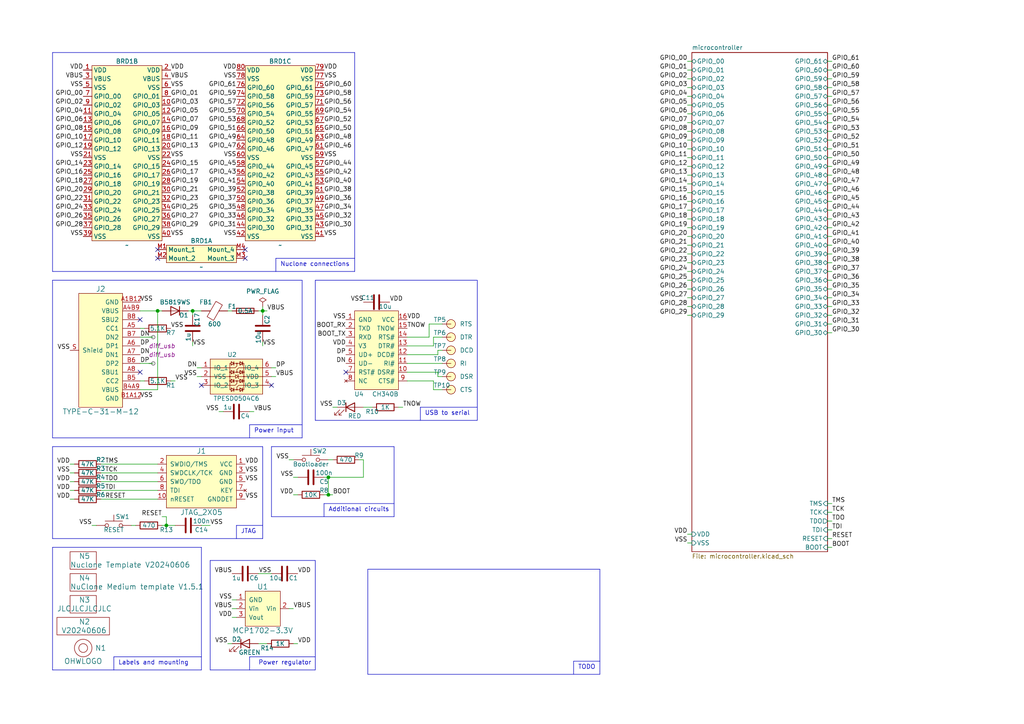
<source format=kicad_sch>
(kicad_sch (version 20250114) (generator "eeschema") (generator_version "9.0")
  (paper "A4")
  (text "Labels and mounting" (at 34.29 193.04 0) (effects (font (size 1.27 1.27)) (justify left bottom)))
  (text "Power input" (at 73.66 125.73 0) (effects (font (size 1.27 1.27)) (justify left bottom)))
  (text "TODO" (at 167.64 194.31 0) (effects (font (size 1.27 1.27)) (justify left bottom)))
  (text "USB to serial" (at 123.19 120.65 0) (effects (font (size 1.27 1.27)) (justify left bottom)))
  (text "Power regulator" (at 74.93 193.04 0) (effects (font (size 1.27 1.27)) (justify left bottom)))
  (text "Additional circuits" (at 95.25 148.59 0) (effects (font (size 1.27 1.27)) (justify left bottom)))
  (text "Nuclone connections" (at 81.28 77.47 0) (effects (font (size 1.27 1.27)) (justify left bottom)))
  (text "JTAG" (at 69.85 154.94 0) (effects (font (size 1.27 1.27)) (justify left bottom)))
  (junction (at 76.2 90.17))
  (junction (at 48.26 152.4))
  (junction (at 55.88 90.17))
  (junction (at 95.25 138.43))
  (junction (at 95.25 143.51))
  (junction (at 45.72 90.17))
  (no_connect (at 100.33 107.95))
  (no_connect (at 40.64 107.95))
  (no_connect (at 71.12 74.93))
  (no_connect (at 45.72 72.39))
  (no_connect (at 71.12 72.39))
  (no_connect (at 78.74 111.76))
  (no_connect (at 40.64 92.71))
  (no_connect (at 45.72 74.93))
  (no_connect (at 58.42 111.76))
  (polyline (pts (xy 91.44 121.92) (xy 138.43 121.92)))
  (wire (pts (xy 83.82 133.35) (xy 85.09 133.35)))
  (wire (pts (xy 199.39 33.02) (xy 200.66 33.02)))
  (wire (pts (xy 200.66 40.64) (xy 199.39 40.64)))
  (wire (pts (xy 128.27 93.98) (xy 124.46 93.98)))
  (wire (pts (xy 199.39 43.18) (xy 200.66 43.18)))
  (wire (pts (xy 240.03 78.74) (xy 241.3 78.74)))
  (wire (pts (xy 240.03 25.4) (xy 241.3 25.4)))
  (polyline (pts (xy 72.39 123.19) (xy 72.39 127)))
  (wire (pts (xy 128.27 109.22) (xy 127 109.22)))
  (wire (pts (xy 240.03 35.56) (xy 241.3 35.56)))
  (wire (pts (xy 38.1 152.4) (xy 39.37 152.4)))
  (wire (pts (xy 85.09 176.53) (xy 83.82 176.53)))
  (wire (pts (xy 199.39 22.86) (xy 200.66 22.86)))
  (wire (pts (xy 124.46 93.98) (xy 124.46 97.79)))
  (wire (pts (xy 21.59 142.24) (xy 20.32 142.24)))
  (wire (pts (xy 200.66 71.12) (xy 199.39 71.12)))
  (polyline (pts (xy 91.44 81.28) (xy 91.44 121.92)))
  (wire (pts (xy 200.66 86.36) (xy 199.39 86.36)))
  (polyline (pts (xy 15.24 15.24) (xy 15.24 78.74)))
  (wire (pts (xy 95.25 143.51) (xy 96.52 143.51)))
  (polyline (pts (xy 102.87 78.74) (xy 102.87 15.24)))
  (wire (pts (xy 118.11 102.87) (xy 127 102.87)))
  (wire (pts (xy 40.64 113.03) (xy 45.72 113.03)))
  (wire (pts (xy 241.3 38.1) (xy 240.03 38.1)))
  (wire (pts (xy 67.31 173.99) (xy 68.58 173.99)))
  (wire (pts (xy 199.39 78.74) (xy 200.66 78.74)))
  (wire (pts (xy 116.84 118.11) (xy 115.57 118.11)))
  (wire (pts (xy 199.39 154.94) (xy 200.66 154.94)))
  (wire (pts (xy 54.61 90.17) (xy 55.88 90.17)))
  (polyline (pts (xy 87.63 81.28) (xy 15.24 81.28)))
  (wire (pts (xy 199.39 58.42) (xy 200.66 58.42)))
  (wire (pts (xy 73.66 119.38) (xy 72.39 119.38)))
  (wire (pts (xy 199.39 73.66) (xy 200.66 73.66)))
  (wire (pts (xy 240.03 66.04) (xy 241.3 66.04)))
  (wire (pts (xy 240.03 40.64) (xy 241.3 40.64)))
  (polyline (pts (xy 15.24 158.75) (xy 15.24 194.31)))
  (wire (pts (xy 29.21 144.78) (xy 45.72 144.78)))
  (wire (pts (xy 200.66 35.56) (xy 199.39 35.56)))
  (wire (pts (xy 125.73 110.49) (xy 118.11 110.49)))
  (wire (pts (xy 241.3 58.42) (xy 240.03 58.42)))
  (wire (pts (xy 200.66 60.96) (xy 199.39 60.96)))
  (wire (pts (xy 93.98 143.51) (xy 95.25 143.51)))
  (wire (pts (xy 85.09 138.43) (xy 86.36 138.43)))
  (wire (pts (xy 20.32 134.62) (xy 21.59 134.62)))
  (wire (pts (xy 95.25 133.35) (xy 96.52 133.35)))
  (wire (pts (xy 80.01 106.68) (xy 78.74 106.68)))
  (wire (pts (xy 40.64 95.25) (xy 41.91 95.25)))
  (polyline (pts (xy 93.98 146.05) (xy 93.98 149.86)))
  (polyline (pts (xy 33.02 190.5) (xy 33.02 194.31)))
  (wire (pts (xy 67.31 179.07) (xy 68.58 179.07)))
  (wire (pts (xy 48.26 149.86) (xy 48.26 152.4)))
  (wire (pts (xy 86.36 186.69) (xy 85.09 186.69)))
  (wire (pts (xy 199.39 68.58) (xy 200.66 68.58)))
  (wire (pts (xy 40.64 97.79) (xy 44.45 97.79)))
  (wire (pts (xy 29.21 134.62) (xy 45.72 134.62)))
  (wire (pts (xy 40.64 90.17) (xy 45.72 90.17)))
  (polyline (pts (xy 114.3 146.05) (xy 93.98 146.05)))
  (wire (pts (xy 241.3 43.18) (xy 240.03 43.18)))
  (wire (pts (xy 200.66 45.72) (xy 199.39 45.72)))
  (wire (pts (xy 125.73 97.79) (xy 125.73 100.33)))
  (wire (pts (xy 241.3 27.94) (xy 240.03 27.94)))
  (wire (pts (xy 200.66 157.48) (xy 199.39 157.48)))
  (wire (pts (xy 241.3 81.28) (xy 240.03 81.28)))
  (wire (pts (xy 57.15 109.22) (xy 58.42 109.22)))
  (wire (pts (xy 200.66 91.44) (xy 199.39 91.44)))
  (wire (pts (xy 200.66 20.32) (xy 199.39 20.32)))
  (wire (pts (xy 241.3 96.52) (xy 240.03 96.52)))
  (polyline (pts (xy 80.01 74.93) (xy 80.01 78.74)))
  (wire (pts (xy 76.2 90.17) (xy 76.2 88.9)))
  (polyline (pts (xy 138.43 81.28) (xy 91.44 81.28)))
  (wire (pts (xy 240.03 30.48) (xy 241.3 30.48)))
  (wire (pts (xy 127 107.95) (xy 118.11 107.95)))
  (wire (pts (xy 77.47 186.69) (xy 74.93 186.69)))
  (wire (pts (xy 29.21 137.16) (xy 45.72 137.16)))
  (polyline (pts (xy 138.43 121.92) (xy 138.43 81.28)))
  (wire (pts (xy 199.39 83.82) (xy 200.66 83.82)))
  (wire (pts (xy 46.99 149.86) (xy 48.26 149.86)))
  (wire (pts (xy 240.03 158.75) (xy 241.3 158.75)))
  (wire (pts (xy 241.3 86.36) (xy 240.03 86.36)))
  (wire (pts (xy 21.59 137.16) (xy 20.32 137.16)))
  (wire (pts (xy 199.39 53.34) (xy 200.66 53.34)))
  (wire (pts (xy 200.66 50.8) (xy 199.39 50.8)))
  (wire (pts (xy 76.2 91.44) (xy 76.2 90.17)))
  (wire (pts (xy 55.88 100.33) (xy 55.88 99.06)))
  (polyline (pts (xy 91.44 194.31) (xy 91.44 162.56)))
  (wire (pts (xy 58.42 106.68) (xy 57.15 106.68)))
  (wire (pts (xy 200.66 66.04) (xy 199.39 66.04)))
  (polyline (pts (xy 91.44 162.56) (xy 60.96 162.56)))
  (wire (pts (xy 77.47 90.17) (xy 76.2 90.17)))
  (polyline (pts (xy 15.24 78.74) (xy 102.87 78.74)))
  (wire (pts (xy 29.21 139.7) (xy 45.72 139.7)))
  (wire (pts (xy 107.95 118.11) (xy 105.41 118.11)))
  (wire (pts (xy 76.2 90.17) (xy 74.93 90.17)))
  (polyline (pts (xy 91.44 190.5) (xy 72.39 190.5)))
  (wire (pts (xy 67.31 186.69) (xy 66.04 186.69)))
  (wire (pts (xy 55.88 90.17) (xy 58.42 90.17)))
  (polyline (pts (xy 58.42 158.75) (xy 15.24 158.75)))
  (wire (pts (xy 118.11 100.33) (xy 125.73 100.33)))
  (polyline (pts (xy 138.43 118.11) (xy 121.92 118.11)))
  (wire (pts (xy 241.3 33.02) (xy 240.03 33.02)))
  (wire (pts (xy 241.3 68.58) (xy 240.03 68.58)))
  (polyline (pts (xy 76.2 152.4) (xy 68.58 152.4)))
  (wire (pts (xy 241.3 91.44) (xy 240.03 91.44)))
  (wire (pts (xy 241.3 53.34) (xy 240.03 53.34)))
  (polyline (pts (xy 76.2 129.54) (xy 15.24 129.54)))
  (wire (pts (xy 128.27 101.6) (xy 127 101.6)))
  (polyline (pts (xy 121.92 118.11) (xy 121.92 121.92)))
  (wire (pts (xy 55.88 91.44) (xy 55.88 90.17)))
  (wire (pts (xy 240.03 83.82) (xy 241.3 83.82)))
  (wire (pts (xy 241.3 63.5) (xy 240.03 63.5)))
  (polyline (pts (xy 87.63 123.19) (xy 72.39 123.19)))
  (wire (pts (xy 49.53 110.49) (xy 50.8 110.49)))
  (wire (pts (xy 240.03 60.96) (xy 241.3 60.96)))
  (wire (pts (xy 241.3 22.86) (xy 240.03 22.86)))
  (wire (pts (xy 240.03 76.2) (xy 241.3 76.2)))
  (wire (pts (xy 240.03 151.13) (xy 241.3 151.13)))
  (wire (pts (xy 200.66 25.4) (xy 199.39 25.4)))
  (polyline (pts (xy 102.87 74.93) (xy 80.01 74.93)))
  (polyline (pts (xy 15.24 127) (xy 87.63 127)))
  (wire (pts (xy 64.77 119.38) (xy 63.5 119.38)))
  (wire (pts (xy 45.72 90.17) (xy 46.99 90.17)))
  (wire (pts (xy 85.09 143.51) (xy 86.36 143.51)))
  (wire (pts (xy 199.39 48.26) (xy 200.66 48.26)))
  (polyline (pts (xy 72.39 190.5) (xy 72.39 194.31)))
  (polyline (pts (xy 15.24 129.54) (xy 15.24 156.21)))
  (polyline (pts (xy 68.58 152.4) (xy 68.58 156.21)))
  (wire (pts (xy 128.27 97.79) (xy 125.73 97.79)))
  (polyline (pts (xy 102.87 15.24) (xy 15.24 15.24)))
  (wire (pts (xy 200.66 55.88) (xy 199.39 55.88)))
  (wire (pts (xy 66.04 90.17) (xy 67.31 90.17)))
  (wire (pts (xy 240.03 153.67) (xy 241.3 153.67)))
  (wire (pts (xy 29.21 142.24) (xy 45.72 142.24)))
  (polyline (pts (xy 114.3 149.86) (xy 114.3 129.54)))
  (polyline (pts (xy 166.37 195.58) (xy 166.37 191.77)))
  (polyline (pts (xy 106.68 165.1) (xy 173.99 165.1)))
  (wire (pts (xy 20.32 139.7) (xy 21.59 139.7)))
  (wire (pts (xy 105.41 133.35) (xy 105.41 138.43)))
  (wire (pts (xy 240.03 55.88) (xy 241.3 55.88)))
  (wire (pts (xy 199.39 17.78) (xy 200.66 17.78)))
  (wire (pts (xy 60.96 152.4) (xy 58.42 152.4)))
  (wire (pts (xy 68.58 176.53) (xy 67.31 176.53)))
  (polyline (pts (xy 78.74 129.54) (xy 78.74 149.86)))
  (wire (pts (xy 200.66 30.48) (xy 199.39 30.48)))
  (wire (pts (xy 240.03 88.9) (xy 241.3 88.9)))
  (wire (pts (xy 199.39 88.9) (xy 200.66 88.9)))
  (polyline (pts (xy 15.24 81.28) (xy 15.24 127)))
  (wire (pts (xy 200.66 81.28) (xy 199.39 81.28)))
  (polyline (pts (xy 173.99 195.58) (xy 106.68 195.58)))
  (wire (pts (xy 200.66 76.2) (xy 199.39 76.2)))
  (wire (pts (xy 40.64 105.41) (xy 44.45 105.41)))
  (wire (pts (xy 240.03 50.8) (xy 241.3 50.8)))
  (polyline (pts (xy 58.42 194.31) (xy 58.42 158.75)))
  (wire (pts (xy 74.93 166.37) (xy 78.74 166.37)))
  (polyline (pts (xy 106.68 195.58) (xy 106.68 165.1)))
  (wire (pts (xy 128.27 113.03) (xy 125.73 113.03)))
  (wire (pts (xy 26.67 152.4) (xy 27.94 152.4)))
  (wire (pts (xy 45.72 113.03) (xy 45.72 90.17)))
  (wire (pts (xy 240.03 156.21) (xy 241.3 156.21)))
  (wire (pts (xy 240.03 20.32) (xy 241.3 20.32)))
  (wire (pts (xy 104.14 133.35) (xy 105.41 133.35)))
  (wire (pts (xy 105.41 138.43) (xy 95.25 138.43)))
  (wire (pts (xy 118.11 105.41) (xy 128.27 105.41)))
  (wire (pts (xy 240.03 146.05) (xy 241.3 146.05)))
  (polyline (pts (xy 58.42 190.5) (xy 33.02 190.5)))
  (wire (pts (xy 240.03 71.12) (xy 241.3 71.12)))
  (polyline (pts (xy 78.74 149.86) (xy 114.3 149.86)))
  (wire (pts (xy 240.03 45.72) (xy 241.3 45.72)))
  (polyline (pts (xy 15.24 156.21) (xy 76.2 156.21)))
  (polyline (pts (xy 60.96 194.31) (xy 91.44 194.31)))
  (wire (pts (xy 78.74 109.22) (xy 80.01 109.22)))
  (wire (pts (xy 95.25 143.51) (xy 95.25 138.43)))
  (wire (pts (xy 48.26 152.4) (xy 50.8 152.4)))
  (wire (pts (xy 20.32 144.78) (xy 21.59 144.78)))
  (wire (pts (xy 41.91 110.49) (xy 40.64 110.49)))
  (wire (pts (xy 199.39 38.1) (xy 200.66 38.1)))
  (polyline (pts (xy 114.3 129.54) (xy 78.74 129.54)))
  (wire (pts (xy 124.46 97.79) (xy 118.11 97.79)))
  (wire (pts (xy 241.3 17.78) (xy 240.03 17.78)))
  (wire (pts (xy 240.03 148.59) (xy 241.3 148.59)))
  (polyline (pts (xy 76.2 156.21) (xy 76.2 129.54)))
  (wire (pts (xy 240.03 93.98) (xy 241.3 93.98)))
  (wire (pts (xy 241.3 48.26) (xy 240.03 48.26)))
  (wire (pts (xy 46.99 152.4) (xy 48.26 152.4)))
  (wire (pts (xy 199.39 63.5) (xy 200.66 63.5)))
  (wire (pts (xy 241.3 73.66) (xy 240.03 73.66)))
  (wire (pts (xy 95.25 138.43) (xy 93.98 138.43)))
  (wire (pts (xy 199.39 27.94) (xy 200.66 27.94)))
  (wire (pts (xy 76.2 99.06) (xy 76.2 100.33)))
  (polyline (pts (xy 87.63 81.28) (xy 87.63 127)))
  (polyline (pts (xy 15.24 194.31) (xy 58.42 194.31)))
  (polyline (pts (xy 173.99 165.1) (xy 173.99 195.58)))
  (wire (pts (xy 97.79 118.11) (xy 96.52 118.11)))
  (wire (pts (xy 125.73 113.03) (xy 125.73 110.49)))
  (polyline (pts (xy 60.96 162.56) (xy 60.96 194.31)))
  (polyline (pts (xy 166.37 191.77) (xy 173.99 191.77)))
  (wire (pts (xy 127 101.6) (xy 127 102.87)))
  (wire (pts (xy 127 109.22) (xy 127 107.95)))
  (label "GPIO_07" (at 199.39 35.56 180))
  (label "VSS" (at 66.04 186.69 180))
  (label "GPIO_02" (at 199.39 22.86 180))
  (label "VDD" (at 71.12 134.62 0))
  (label "GPIO_54" (at 241.3 35.56 0))
  (label "VDD" (at 24.13 20.32 180))
  (label "GPIO_30" (at 93.98 66.04 0))
  (label "GPIO_29" (at 199.39 91.44 180))
  (label "VSS" (at 55.88 100.33 0))
  (label "VSS" (at 199.39 157.48 180))
  (label "GPIO_14" (at 199.39 53.34 180))
  (label "GPIO_17" (at 199.39 60.96 180))
  (label "DP" (at 40.64 100.33 0))
  (label "GPIO_00" (at 24.13 27.94 180))
  (label "GPIO_20" (at 199.39 68.58 180))
  (label "GPIO_08" (at 24.13 38.1 180))
  (label "GPIO_19" (at 49.53 53.34 0))
  (label "GPIO_03" (at 49.53 30.48 0))
  (label "GPIO_18" (at 24.13 53.34 180))
  (label "GPIO_48" (at 93.98 40.64 0))
  (label "GPIO_38" (at 93.98 55.88 0))
  (label "GPIO_12" (at 24.13 43.18 180))
  (label "GPIO_59" (at 241.3 22.86 0))
  (label "GPIO_56" (at 241.3 30.48 0))
  (label "VSS" (at 100.33 92.71 180))
  (label "VDD" (at 20.32 139.7 180))
  (label "GPIO_48" (at 241.3 50.8 0))
  (label "GPIO_35" (at 241.3 83.82 0))
  (label "GPIO_45" (at 68.58 48.26 180))
  (label "GPIO_27" (at 49.53 63.5 0))
  (label "GPIO_39" (at 241.3 73.66 0))
  (label "VBUS" (at 49.53 22.86 0))
  (label "GPIO_44" (at 241.3 60.96 0))
  (label "GPIO_10" (at 24.13 40.64 180))
  (label "TDO" (at 30.48 139.7 0))
  (label "GPIO_19" (at 199.39 66.04 180))
  (label "GPIO_26" (at 199.39 83.82 180))
  (label "GPIO_36" (at 241.3 81.28 0))
  (label "GPIO_60" (at 241.3 20.32 0))
  (label "GPIO_43" (at 241.3 63.5 0))
  (label "GPIO_14" (at 24.13 48.26 180))
  (label "GPIO_30" (at 241.3 96.52 0))
  (label "VSS" (at 60.96 152.4 0))
  (label "GPIO_34" (at 241.3 86.36 0))
  (label "GPIO_25" (at 199.39 81.28 180))
  (label "GPIO_13" (at 49.53 43.18 0))
  (label "DN" (at 40.64 102.87 0))
  (label "GPIO_55" (at 241.3 33.02 0))
  (label "VDD" (at 86.36 186.69 0))
  (label "VSS" (at 68.58 68.58 180))
  (label "VSS" (at 49.53 45.72 0))
  (label "RESET" (at 46.99 149.86 180))
  (label "VSS" (at 71.12 137.16 0))
  (label "GPIO_18" (at 199.39 63.5 180))
  (label "DN" (at 100.33 105.41 180))
  (label "VSS" (at 24.13 68.58 180))
  (label "GPIO_15" (at 49.53 48.26 0))
  (label "BOOT" (at 241.3 158.75 0))
  (label "GPIO_20" (at 24.13 55.88 180))
  (label "GPIO_32" (at 241.3 91.44 0))
  (label "GPIO_02" (at 24.13 30.48 180))
  (label "GPIO_21" (at 199.39 71.12 180))
  (label "VBUS" (at 67.31 166.37 180))
  (label "TDI" (at 241.3 153.67 0))
  (label "GPIO_11" (at 49.53 40.64 0))
  (label "VDD" (at 68.58 20.32 180))
  (label "GPIO_33" (at 68.58 63.5 180))
  (label "VSS" (at 40.64 115.57 0))
  (label "GPIO_06" (at 24.13 35.56 180))
  (label "VDD" (at 199.39 154.94 180))
  (label "VSS" (at 68.58 22.86 180))
  (label "GPIO_04" (at 24.13 33.02 180))
  (label "VBUS" (at 73.66 119.38 0))
  (label "GPIO_51" (at 241.3 43.18 0))
  (label "GPIO_50" (at 93.98 38.1 0))
  (label "GPIO_49" (at 68.58 40.64 180))
  (label "GPIO_57" (at 68.58 30.48 180))
  (label "GPIO_08" (at 199.39 38.1 180))
  (label "GPIO_45" (at 241.3 58.42 0))
  (label "VSS" (at 63.5 119.38 180))
  (label "GPIO_23" (at 199.39 76.2 180))
  (label "VDD" (at 20.32 144.78 180))
  (label "GPIO_24" (at 199.39 78.74 180))
  (label "TDI" (at 30.48 142.24 0))
  (label "GPIO_13" (at 199.39 50.8 180))
  (label "GPIO_32" (at 93.98 63.5 0))
  (label "TCK" (at 241.3 148.59 0))
  (label "TNOW" (at 118.11 95.25 0))
  (label "VSS" (at 24.13 25.4 180))
  (label "VSS" (at 20.32 137.16 180))
  (label "GPIO_47" (at 241.3 53.34 0))
  (label "VSS" (at 83.82 133.35 180))
  (label "GPIO_41" (at 68.58 53.34 180))
  (label "VSS" (at 20.32 101.6 180))
  (label "GPIO_28" (at 199.39 88.9 180))
  (label "GPIO_39" (at 68.58 55.88 180))
  (label "GPIO_37" (at 68.58 58.42 180))
  (label "GPIO_52" (at 241.3 40.64 0))
  (label "GPIO_00" (at 199.39 17.78 180))
  (label "GPIO_05" (at 199.39 30.48 180))
  (label "GPIO_41" (at 241.3 68.58 0))
  (label "VDD" (at 113.03 87.63 0))
  (label "VSS" (at 78.74 166.37 180))
  (label "GPIO_11" (at 199.39 45.72 180))
  (label "DP" (at 80.01 106.68 0))
  (label "GPIO_52" (at 93.98 35.56 0))
  (label "GPIO_43" (at 68.58 50.8 180))
  (label "VDD" (at 100.33 100.33 180))
  (label "GPIO_09" (at 199.39 40.64 180))
  (label "TMS" (at 241.3 146.05 0))
  (label "VSS" (at 85.09 138.43 180))
  (label "GPIO_50" (at 241.3 45.72 0))
  (label "GPIO_61" (at 241.3 17.78 0))
  (label "DN" (at 40.64 97.79 0))
  (label "GPIO_15" (at 199.39 55.88 180))
  (label "VSS" (at 71.12 144.78 0))
  (label "DP" (at 100.33 102.87 180))
  (label "VDD" (at 20.32 134.62 180))
  (label "GPIO_10" (at 199.39 43.18 180))
  (label "VBUS" (at 67.31 176.53 180))
  (label "BOOT" (at 96.52 143.51 0))
  (label "GPIO_60" (at 93.98 25.4 0))
  (label "VSS" (at 49.53 25.4 0))
  (label "BOOT_RX" (at 100.33 95.25 180))
  (label "GPIO_42" (at 93.98 50.8 0))
  (label "GPIO_34" (at 93.98 60.96 0))
  (label "VBUS" (at 85.09 176.53 0))
  (label "GPIO_49" (at 241.3 48.26 0))
  (label "GPIO_01" (at 199.39 20.32 180))
  (label "TDO" (at 241.3 151.13 0))
  (label "VBUS" (at 77.47 90.17 0))
  (label "VSS" (at 93.98 45.72 0))
  (label "GPIO_28" (at 24.13 66.04 180))
  (label "GPIO_09" (at 49.53 38.1 0))
  (label "VDD" (at 49.53 20.32 0))
  (label "GPIO_57" (at 241.3 27.94 0))
  (label "GPIO_16" (at 24.13 50.8 180))
  (label "GPIO_12" (at 199.39 48.26 180))
  (label "GPIO_44" (at 93.98 48.26 0))
  (label "GPIO_17" (at 49.53 50.8 0))
  (label "GPIO_26" (at 24.13 63.5 180))
  (label "VSS" (at 93.98 68.58 0))
  (label "GPIO_37" (at 241.3 78.74 0))
  (label "GPIO_46" (at 93.98 43.18 0))
  (label "GPIO_31" (at 241.3 93.98 0))
  (label "GPIO_56" (at 93.98 30.48 0))
  (label "VSS" (at 49.53 68.58 0))
  (label "VSS" (at 76.2 100.33 0))
  (label "GPIO_46" (at 241.3 55.88 0))
  (label "VDD" (at 86.36 166.37 0))
  (label "VSS" (at 50.8 110.49 0))
  (label "GPIO_22" (at 24.13 58.42 180))
  (label "GPIO_05" (at 49.53 33.02 0))
  (label "GPIO_33" (at 241.3 88.9 0))
  (label "GPIO_22" (at 199.39 73.66 180))
  (label "DP" (at 40.64 105.41 0))
  (label "VSS" (at 67.31 173.99 180))
  (label "TCK" (at 30.48 137.16 0))
  (label "GPIO_40" (at 241.3 71.12 0))
  (label "TMS" (at 30.48 134.62 0))
  (label "TNOW" (at 116.84 118.11 0))
  (label "GPIO_36" (at 93.98 58.42 0))
  (label "GPIO_29" (at 49.53 66.04 0))
  (label "VDD" (at 93.98 20.32 0))
  (label "VSS" (at 24.13 45.72 180))
  (label "GPIO_24" (at 24.13 60.96 180))
  (label "GPIO_16" (at 199.39 58.42 180))
  (label "VDD" (at 85.09 143.51 180))
  (label "GPIO_47" (at 68.58 43.18 180))
  (label "GPIO_01" (at 49.53 27.94 0))
  (label "GPIO_25" (at 49.53 60.96 0))
  (label "GPIO_03" (at 199.39 25.4 180))
  (label "VBUS" (at 24.13 22.86 180))
  (label "VSS" (at 40.64 87.63 0))
  (label "RESET" (at 30.48 144.78 0))
  (label "GPIO_31" (at 68.58 66.04 180))
  (label "GPIO_53" (at 68.58 35.56 180))
  (label "VDD" (at 20.32 142.24 180))
  (label "VSS" (at 93.98 22.86 0))
  (label "VSS" (at 57.15 109.22 180))
  (label "GPIO_23" (at 49.53 58.42 0))
  (label "GPIO_51" (at 68.58 38.1 180))
  (label "GPIO_07" (at 49.53 35.56 0))
  (label "GPIO_40" (at 93.98 53.34 0))
  (label "GPIO_06" (at 199.39 33.02 180))
  (label "VSS" (at 105.41 87.63 180))
  (label "GPIO_54" (at 93.98 33.02 0))
  (label "GPIO_27" (at 199.39 86.36 180))
  (label "VSS" (at 96.52 118.11 180))
  (label "VSS" (at 26.67 152.4 180))
  (label "GPIO_04" (at 199.39 27.94 180))
  (label "VBUS" (at 80.01 109.22 0))
  (label "GPIO_58" (at 93.98 27.94 0))
  (label "DN" (at 57.15 106.68 180))
  (label "VSS" (at 71.12 139.7 0))
  (label "VDD" (at 118.11 92.71 0))
  (label "GPIO_42" (at 241.3 66.04 0))
  (label "VDD" (at 67.31 179.07 180))
  (label "GPIO_35" (at 68.58 60.96 180))
  (label "VSS" (at 68.58 45.72 180))
  (label "VSS" (at 49.53 95.25 0))
  (label "RESET" (at 241.3 156.21 0))
  (label "GPIO_61" (at 68.58 25.4 180))
  (label "GPIO_58" (at 241.3 25.4 0))
  (label "GPIO_55" (at 68.58 33.02 180))
  (label "BOOT_TX" (at 100.33 97.79 180))
  (label "GPIO_38" (at 241.3 76.2 0))
  (label "GPIO_59" (at 68.58 27.94 180))
  (label "GPIO_21" (at 49.53 55.88 0))
  (label "GPIO_53" (at 241.3 38.1 0))
  (netclass_flag "" (length 1.27) (shape round) (at 43.18 97.79 270) (property "Netclass" "diff_usb" (at 46.99 100.33 0) (effects (font (italic yes)))))
  (netclass_flag "" (length 1.27) (shape round) (at 43.18 105.41 270) (property "Netclass" "diff_usb" (at 46.99 102.87 0) (effects (font (italic yes)))))
  (symbol (lib_id "SquantorLabels:OHWLOGO") (at 24.13 187.96 0) (unit 1)
    (property "Reference" "N1" (at 29.21 187.96 0) (effects (font (size 1.524 1.524))))
    (property "Value" "OHWLOGO" (at 24.13 191.77 0) (effects (font (size 1.524 1.524))))
    (property "Footprint" "Symbol:OSHW-Symbol_6.7x6mm_SilkScreen" (effects (hide yes)))
  )
  (symbol (lib_id "SquantorConnectorsNamed:JTAG_2X05_IN") (at 58.42 139.7 0) (unit 1)
    (property "Reference" "J1" (at 58.42 130.81 0) (effects (font (size 1.524 1.524))))
    (property "Value" "JTAG_2X05" (at 58.42 148.59 0) (effects (font (size 1.524 1.524))))
    (property "Footprint" "SquantorConnectors:Header-0127-2X05-H006" (effects (hide yes)))
  )
  (symbol (lib_id "Device:FerriteBead") (at 62.23 90.17 270) (unit 1)
    (property "Reference" "FB1" (at 59.69 87.63 90))
    (property "Value" "600" (at 62.23 93.98 90))
    (property "Footprint" "SquantorInductor:L_0603" (effects (hide yes)))
  )
  (symbol (lib_id "Device:Fuse") (at 71.12 90.17 270) (unit 1)
    (property "Reference" "F1" (at 67.31 88.9 90))
    (property "Value" "0.5A" (at 71.12 90.17 90))
    (property "Footprint" "SquantorFuse:F_0603_hand" (effects (hide yes)))
  )
  (symbol (lib_id "Device:C") (at 76.2 95.25 180) (unit 1)
    (property "Reference" "C2" (at 77.47 92.71 90))
    (property "Value" "10u" (at 74.93 97.79 90))
    (property "Footprint" "SquantorCapacitor:C_0603" (effects (hide yes)))
  )
  (symbol (lib_id "power:PWR_FLAG") (at 76.2 88.9 0) (unit 1)
    (property "Reference" "#FLG01" (effects (hide yes)))
    (property "Value" "PWR_FLAG" (at 76.2 84.5058 0))
  )
  (symbol (lib_id "SquantorLabels:VYYYYMMDD") (at 24.13 182.88 0) (unit 1)
    (property "Reference" "N2" (at 22.86 180.34 0) (effects (font (size 1.524 1.524)) (justify left)))
    (property "Value" "V20240606" (at 17.78 182.88 0) (effects (font (size 1.524 1.524)) (justify left)))
    (property "Footprint" "SquantorLabels:Label_Generic" (effects (hide yes)))
  )
  (symbol (lib_id "SquantorMicrochip:MCP1702-MB") (at 76.2 176.53 0) (unit 1)
    (property "Reference" "U1" (at 76.2 170.18 0) (effects (font (size 1.524 1.524))))
    (property "Value" "MCP1702-3.3V" (at 76.2 182.88 0) (effects (font (size 1.524 1.524))))
    (property "Footprint" "SquantorIC:SOT89-NXP" (effects (hide yes)))
  )
  (symbol (lib_id "Device:C") (at 82.55 166.37 270) (unit 1)
    (property "Reference" "C1" (at 85.09 167.64 90))
    (property "Value" "10u" (at 80.01 167.64 90))
    (property "Footprint" "SquantorCapacitor:C_0603" (effects (hide yes)))
  )
  (symbol (lib_id "SquantorLabels:Label") (at 24.13 175.26 0) (unit 1)
    (property "Reference" "N3" (at 22.86 173.99 0) (effects (font (size 1.524 1.524)) (justify left)))
    (property "Value" "JLCJLCJLCJLC" (at 16.51 176.53 0) (effects (font (size 1.524 1.524)) (justify left)))
    (property "Footprint" "SquantorLabels:Label_Generic" (effects (hide yes)))
  )
  (symbol (lib_id "Switch:SW_Push") (at 33.02 152.4 0) (unit 1)
    (property "Reference" "SW1" (at 35.56 149.86 0))
    (property "Value" "RESET" (at 33.02 153.67 0))
    (property "Footprint" "SquantorSwitches:TD-85XU" (effects (hide yes)))
  )
  (symbol (lib_id "SquantorUsb:USB-C_PD_USB") (at 29.21 101.6 0) (unit 1)
    (property "Reference" "J2" (at 29.21 83.82 0) (effects (font (size 1.524 1.524))))
    (property "Value" "TYPE-C-31-M-12" (at 29.21 119.38 0) (effects (font (size 1.524 1.524))))
    (property "Footprint" "SquantorUsb:USB-C-HRO-31-M-12_aisler" (effects (hide yes)))
  )
  (symbol (lib_id "Device:R") (at 45.72 110.49 270) (unit 1)
    (property "Reference" "R1" (at 49.53 111.76 90))
    (property "Value" "5.1K" (at 45.72 110.49 90))
    (property "Footprint" "SquantorResistor:R_0603_hand" (effects (hide yes)))
  )
  (symbol (lib_id "Device:R") (at 25.4 134.62 270) (unit 1)
    (property "Reference" "R2" (at 29.21 133.35 90))
    (property "Value" "47K" (at 25.4 134.62 90))
    (property "Footprint" "SquantorResistor:R_0603_hand" (effects (hide yes)))
  )
  (symbol (lib_id "Device:R") (at 25.4 137.16 270) (unit 1)
    (property "Reference" "R3" (at 29.21 135.89 90))
    (property "Value" "47K" (at 25.4 137.16 90))
    (property "Footprint" "SquantorResistor:R_0603_hand" (effects (hide yes)))
  )
  (symbol (lib_id "Device:R") (at 25.4 139.7 270) (unit 1)
    (property "Reference" "R4" (at 29.21 138.43 90))
    (property "Value" "47K" (at 25.4 139.7 90))
    (property "Footprint" "SquantorResistor:R_0603_hand" (effects (hide yes)))
  )
  (symbol (lib_id "Device:R") (at 25.4 142.24 270) (unit 1)
    (property "Reference" "R5" (at 29.21 140.97 90))
    (property "Value" "47K" (at 25.4 142.24 90))
    (property "Footprint" "SquantorResistor:R_0603_hand" (effects (hide yes)))
  )
  (symbol (lib_id "Device:R") (at 25.4 144.78 270) (unit 1)
    (property "Reference" "R6" (at 29.21 143.51 90))
    (property "Value" "47K" (at 25.4 144.78 90))
    (property "Footprint" "SquantorResistor:R_0603_hand" (effects (hide yes)))
  )
  (symbol (lib_id "SquantorLabels:Label") (at 24.13 168.91 0) (unit 1)
    (property "Reference" "N4" (at 22.86 167.64 0) (effects (font (size 1.524 1.524)) (justify left)))
    (property "Value" "NuClone Medium template V1.5.1" (at 20.32 170.18 0) (effects (font (size 1.524 1.524)) (justify left)))
    (property "Footprint" "SquantorLabels:Label_Generic" (effects (hide yes)))
  )
  (symbol (lib_id "Device:R") (at 43.18 152.4 270) (unit 1)
    (property "Reference" "R13" (at 48.26 153.67 90))
    (property "Value" "470" (at 43.18 152.4 90))
    (property "Footprint" "SquantorResistor:R_0603_hand" (effects (hide yes)))
  )
  (symbol (lib_id "Device:C") (at 54.61 152.4 270) (unit 1)
    (property "Reference" "C14" (at 58.42 153.67 90))
    (property "Value" "100n" (at 58.42 151.13 90))
    (property "Footprint" "SquantorCapacitor:C_0603" (effects (hide yes)))
  )
  (symbol (lib_id "Device:R") (at 81.28 186.69 90) (unit 1)
    (property "Reference" "R14" (at 77.47 187.96 90))
    (property "Value" "1K" (at 81.28 186.69 90))
    (property "Footprint" "SquantorResistor:R_0603_hand" (effects (hide yes)))
  )
  (symbol (lib_id "Device:LED") (at 71.12 186.69 0) (unit 1)
    (property "Reference" "D2" (at 68.58 185.42 0))
    (property "Value" "GREEN" (at 72.39 189.23 0))
    (property "Footprint" "SquantorDiodes:LED_0603_hand" (effects (hide yes)))
  )
  (symbol (lib_id "Device:R") (at 45.72 95.25 270) (unit 1)
    (property "Reference" "R7" (at 49.53 96.52 90))
    (property "Value" "5.1K" (at 45.72 95.25 90))
    (property "Footprint" "SquantorResistor:R_0603_hand" (effects (hide yes)))
  )
  (symbol (lib_id "Device:C") (at 55.88 95.25 180) (unit 1)
    (property "Reference" "C17" (at 57.15 92.71 90))
    (property "Value" "1u" (at 54.61 97.79 90))
    (property "Footprint" "SquantorCapacitor:C_0603" (effects (hide yes)))
  )
  (symbol (lib_id "Switch:SW_Push") (at 90.17 133.35 0) (unit 1)
    (property "Reference" "SW2" (at 92.71 130.81 0))
    (property "Value" "Bootloader" (at 90.17 134.62 0))
    (property "Footprint" "SquantorSwitches:TD-85XU" (effects (hide yes)))
  )
  (symbol (lib_id "Device:R") (at 90.17 143.51 270) (unit 1)
    (property "Reference" "R8" (at 93.98 142.24 90))
    (property "Value" "10K" (at 90.17 143.51 90))
    (property "Footprint" "SquantorResistor:R_0603_hand" (effects (hide yes)))
  )
  (symbol (lib_id "SquantorLabels:Label") (at 24.13 162.56 0) (unit 1)
    (property "Reference" "N5" (at 22.86 161.29 0) (effects (font (size 1.524 1.524)) (justify left)))
    (property "Value" "Nuclone Template V20240606" (at 20.32 163.83 0) (effects (font (size 1.524 1.524)) (justify left)))
    (property "Footprint" "SquantorLabels:Label_Generic" (effects (hide yes)))
  )
  (symbol (lib_id "SquantorProto:testpad") (at 130.81 113.03 0) (unit 1)
    (property "Reference" "TP10" (at 125.73 111.76 0) (effects (justify left)))
    (property "Value" "CTS" (at 133.35 113.03 0) (effects (justify left)))
    (property "Footprint" "SquantorTestPoints:TestPoint_hole_H05R10" (effects (hide yes)))
  )
  (symbol (lib_id "SquantorProto:testpad") (at 130.81 93.98 0) (unit 1)
    (property "Reference" "TP5" (at 125.73 92.71 0) (effects (justify left)))
    (property "Value" "RTS" (at 133.35 93.98 0) (effects (justify left)))
    (property "Footprint" "SquantorTestPoints:TestPoint_hole_H05R10" (effects (hide yes)))
  )
  (symbol (lib_id "Device:D") (at 50.8 90.17 180) (unit 1)
    (property "Reference" "D1" (at 53.34 91.44 0))
    (property "Value" "B5819WS" (at 50.8 87.63 0))
    (property "Footprint" "SquantorDiodes:SOD-323-nexperia-hand" (effects (hide yes)))
    (property "Sim.Device" "D" (effects (hide yes)))
    (property "Sim.Pins" "1=K 2=A" (effects (hide yes)))
  )
  (symbol (lib_id "Device:C") (at 71.12 166.37 270) (unit 1)
    (property "Reference" "C6" (at 73.66 167.64 90))
    (property "Value" "1u" (at 68.58 167.64 90))
    (property "Footprint" "SquantorCapacitor:C_0603" (effects (hide yes)))
  )
  (symbol (lib_id "SquantorWCH:CH340B") (at 109.22 101.6 0) (unit 1)
    (property "Reference" "U4" (at 104.14 114.3 0))
    (property "Value" "CH340B" (at 111.76 114.3 0))
    (property "Footprint" "SquantorIC:SOIC-16_3.9x9.9mm_P1.27mm" (effects (hide yes)))
  )
  (symbol (lib_id "Device:R") (at 100.33 133.35 270) (unit 1)
    (property "Reference" "R9" (at 104.14 132.08 90))
    (property "Value" "470" (at 100.33 133.35 90))
    (property "Footprint" "SquantorResistor:R_0603_hand" (effects (hide yes)))
  )
  (symbol (lib_id "SquantorNuclone:Medium_development_generic") (at 58.42 73.66 0) (unit 1)
    (property "Reference" "BRD1" (at 58.42 69.85 0))
    (property "Value" "~" (at 58.42 77.47 0))
    (property "Footprint" "SquantorNuclone:Devboard_medium_generic" (effects (hide yes)))
  )
  (symbol (lib_id "SquantorDevice:TVS_4_Array") (at 68.58 110.49 0) (unit 1)
    (property "Reference" "U2" (at 67.31 102.87 0))
    (property "Value" "TPESD0504C6" (at 68.58 115.57 0))
    (property "Footprint" "SquantorIC:SOT363-ONsemi" (effects (hide yes)))
  )
  (symbol (lib_id "Device:LED") (at 101.6 118.11 0) (unit 1)
    (property "Reference" "D3" (at 99.06 116.84 0))
    (property "Value" "RED" (at 102.87 120.65 0))
    (property "Footprint" "SquantorDiodes:LED_0603_hand" (effects (hide yes)))
  )
  (symbol (lib_id "Device:R") (at 111.76 118.11 90) (unit 1)
    (property "Reference" "R10" (at 107.95 119.38 90))
    (property "Value" "1K" (at 111.76 118.11 90))
    (property "Footprint" "SquantorResistor:R_0603_hand" (effects (hide yes)))
  )
  (symbol (lib_id "SquantorProto:testpad") (at 130.81 105.41 0) (unit 1)
    (property "Reference" "TP8" (at 125.73 104.14 0) (effects (justify left)))
    (property "Value" "RI" (at 133.35 105.41 0) (effects (justify left)))
    (property "Footprint" "SquantorTestPoints:TestPoint_hole_H05R10" (effects (hide yes)))
  )
  (symbol (lib_id "Device:C") (at 68.58 119.38 270) (unit 1)
    (property "Reference" "C4" (at 71.12 120.65 90))
    (property "Value" "1u" (at 66.04 118.11 90))
    (property "Footprint" "SquantorCapacitor:C_0603" (effects (hide yes)))
  )
  (symbol (lib_id "SquantorProto:testpad") (at 130.81 101.6 0) (unit 1)
    (property "Reference" "TP7" (at 125.73 100.33 0) (effects (justify left)))
    (property "Value" "DCD" (at 133.35 101.6 0) (effects (justify left)))
    (property "Footprint" "SquantorTestPoints:TestPoint_hole_H05R10" (effects (hide yes)))
  )
  (symbol (lib_id "Device:C") (at 109.22 87.63 270) (unit 1)
    (property "Reference" "C11" (at 106.68 86.36 90))
    (property "Value" "10u" (at 111.76 88.9 90))
    (property "Footprint" "SquantorCapacitor:C_0603" (effects (hide yes)))
  )
  (symbol (lib_id "SquantorNuclone:Medium_development_generic") (at 36.83 45.72 0) (unit 2)
    (property "Reference" "BRD1" (at 36.83 17.78 0))
    (property "Value" "~" (at 36.83 71.12 0))
    (property "Footprint" "SquantorNuclone:Devboard_medium_generic" (effects (hide yes)))
  )
  (symbol (lib_id "SquantorProto:testpad") (at 130.81 109.22 0) (unit 1)
    (property "Reference" "TP9" (at 125.73 107.95 0) (effects (justify left)))
    (property "Value" "DSR" (at 133.35 109.22 0) (effects (justify left)))
    (property "Footprint" "SquantorTestPoints:TestPoint_hole_H05R10" (effects (hide yes)))
  )
  (symbol (lib_id "SquantorProto:testpad") (at 130.81 97.79 0) (unit 1)
    (property "Reference" "TP6" (at 125.73 96.52 0) (effects (justify left)))
    (property "Value" "DTR" (at 133.35 97.79 0) (effects (justify left)))
    (property "Footprint" "SquantorTestPoints:TestPoint_hole_H05R10" (effects (hide yes)))
  )
  (symbol (lib_name "Medium_development_generic_1") (lib_id "SquantorNuclone:Medium_development_generic") (at 81.28 45.72 0) (unit 3)
    (property "Reference" "BRD1" (at 81.28 17.78 0))
    (property "Value" "~" (at 81.28 71.12 0))
    (property "Footprint" "SquantorNuclone:Devboard_medium_generic" (effects (hide yes)))
  )
  (symbol (lib_id "Device:C") (at 90.17 138.43 270) (unit 1)
    (property "Reference" "C5" (at 93.98 139.7 90))
    (property "Value" "100n" (at 93.98 137.16 90))
    (property "Footprint" "SquantorCapacitor:C_0603" (effects (hide yes)))
  )
  (sheet (at 200.66 15.24) (size 39.37 144.78)
    (property "Sheetname" "microcontroller" (at 200.66 14.5284 0) (effects (justify left bottom)))
    (property "Sheetfile" "microcontroller.kicad_sch" (at 200.66 160.6046 0) (effects (justify left top)))
    (pin "VSS" input (at 200.66 157.48 180))
    (pin "VDD" input (at 200.66 154.94 180))
    (pin "TMS" input (at 240.03 146.05 0))
    (pin "TCK" input (at 240.03 148.59 0))
    (pin "TDI" input (at 240.03 153.67 0))
    (pin "TDO" output (at 240.03 151.13 0))
    (pin "RESET" input (at 240.03 156.21 0))
    (pin "GPIO_00" bidirectional (at 200.66 17.78 180))
    (pin "GPIO_01" bidirectional (at 200.66 20.32 180))
    (pin "GPIO_02" bidirectional (at 200.66 22.86 180))
    (pin "GPIO_03" bidirectional (at 200.66 25.4 180))
    (pin "GPIO_04" bidirectional (at 200.66 27.94 180))
    (pin "GPIO_05" bidirectional (at 200.66 30.48 180))
    (pin "GPIO_06" bidirectional (at 200.66 33.02 180))
    (pin "GPIO_07" bidirectional (at 200.66 35.56 180))
    (pin "GPIO_08" bidirectional (at 200.66 38.1 180))
    (pin "GPIO_09" bidirectional (at 200.66 40.64 180))
    (pin "GPIO_10" bidirectional (at 200.66 43.18 180))
    (pin "GPIO_11" bidirectional (at 200.66 45.72 180))
    (pin "GPIO_12" bidirectional (at 200.66 48.26 180))
    (pin "GPIO_13" bidirectional (at 200.66 50.8 180))
    (pin "GPIO_14" bidirectional (at 200.66 53.34 180))
    (pin "GPIO_15" bidirectional (at 200.66 55.88 180))
    (pin "GPIO_16" bidirectional (at 200.66 58.42 180))
    (pin "GPIO_17" bidirectional (at 200.66 60.96 180))
    (pin "GPIO_18" bidirectional (at 200.66 63.5 180))
    (pin "GPIO_19" bidirectional (at 200.66 66.04 180))
    (pin "GPIO_20" bidirectional (at 200.66 68.58 180))
    (pin "GPIO_21" bidirectional (at 200.66 71.12 180))
    (pin "GPIO_22" bidirectional (at 200.66 73.66 180))
    (pin "GPIO_23" bidirectional (at 200.66 76.2 180))
    (pin "GPIO_24" bidirectional (at 200.66 78.74 180))
    (pin "GPIO_25" bidirectional (at 200.66 81.28 180))
    (pin "GPIO_26" bidirectional (at 200.66 83.82 180))
    (pin "GPIO_27" bidirectional (at 200.66 86.36 180))
    (pin "GPIO_28" bidirectional (at 200.66 88.9 180))
    (pin "GPIO_29" bidirectional (at 200.66 91.44 180))
    (pin "GPIO_30" bidirectional (at 240.03 96.52 0))
    (pin "GPIO_31" bidirectional (at 240.03 93.98 0))
    (pin "GPIO_32" bidirectional (at 240.03 91.44 0))
    (pin "GPIO_33" bidirectional (at 240.03 88.9 0))
    (pin "GPIO_34" bidirectional (at 240.03 86.36 0))
    (pin "GPIO_35" bidirectional (at 240.03 83.82 0))
    (pin "GPIO_36" bidirectional (at 240.03 81.28 0))
    (pin "GPIO_37" bidirectional (at 240.03 78.74 0))
    (pin "GPIO_38" bidirectional (at 240.03 76.2 0))
    (pin "GPIO_39" bidirectional (at 240.03 73.66 0))
    (pin "GPIO_40" bidirectional (at 240.03 71.12 0))
    (pin "GPIO_41" bidirectional (at 240.03 68.58 0))
    (pin "GPIO_42" bidirectional (at 240.03 66.04 0))
    (pin "GPIO_43" bidirectional (at 240.03 63.5 0))
    (pin "GPIO_44" bidirectional (at 240.03 60.96 0))
    (pin "GPIO_45" bidirectional (at 240.03 58.42 0))
    (pin "GPIO_46" bidirectional (at 240.03 55.88 0))
    (pin "GPIO_47" bidirectional (at 240.03 53.34 0))
    (pin "GPIO_48" bidirectional (at 240.03 50.8 0))
    (pin "GPIO_49" bidirectional (at 240.03 48.26 0))
    (pin "GPIO_50" bidirectional (at 240.03 45.72 0))
    (pin "GPIO_51" bidirectional (at 240.03 43.18 0))
    (pin "GPIO_52" bidirectional (at 240.03 40.64 0))
    (pin "GPIO_53" bidirectional (at 240.03 38.1 0))
    (pin "GPIO_54" bidirectional (at 240.03 35.56 0))
    (pin "GPIO_55" bidirectional (at 240.03 33.02 0))
    (pin "GPIO_56" bidirectional (at 240.03 30.48 0))
    (pin "GPIO_57" bidirectional (at 240.03 27.94 0))
    (pin "GPIO_58" bidirectional (at 240.03 25.4 0))
    (pin "GPIO_59" bidirectional (at 240.03 22.86 0))
    (pin "GPIO_60" bidirectional (at 240.03 20.32 0))
    (pin "GPIO_61" bidirectional (at 240.03 17.78 0))
    (pin "BOOT" input (at 240.03 158.75 0))
  )
)
</source>
